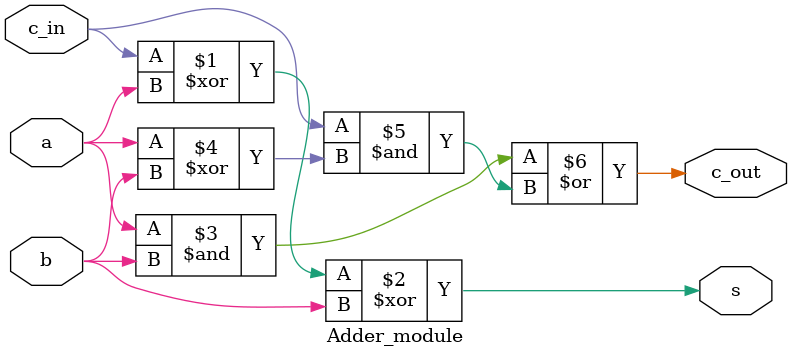
<source format=v>
module Adder_module
(
	a, b, c_in, s, c_out
);

	 input wire a;
	 input wire b;
	 input wire c_in;
	 output wire s;
	 output wire c_out;

	assign s =  c_in ^ a ^ b ;
	assign c_out = (a & b) | (c_in & (a ^ b));

endmodule 
</source>
